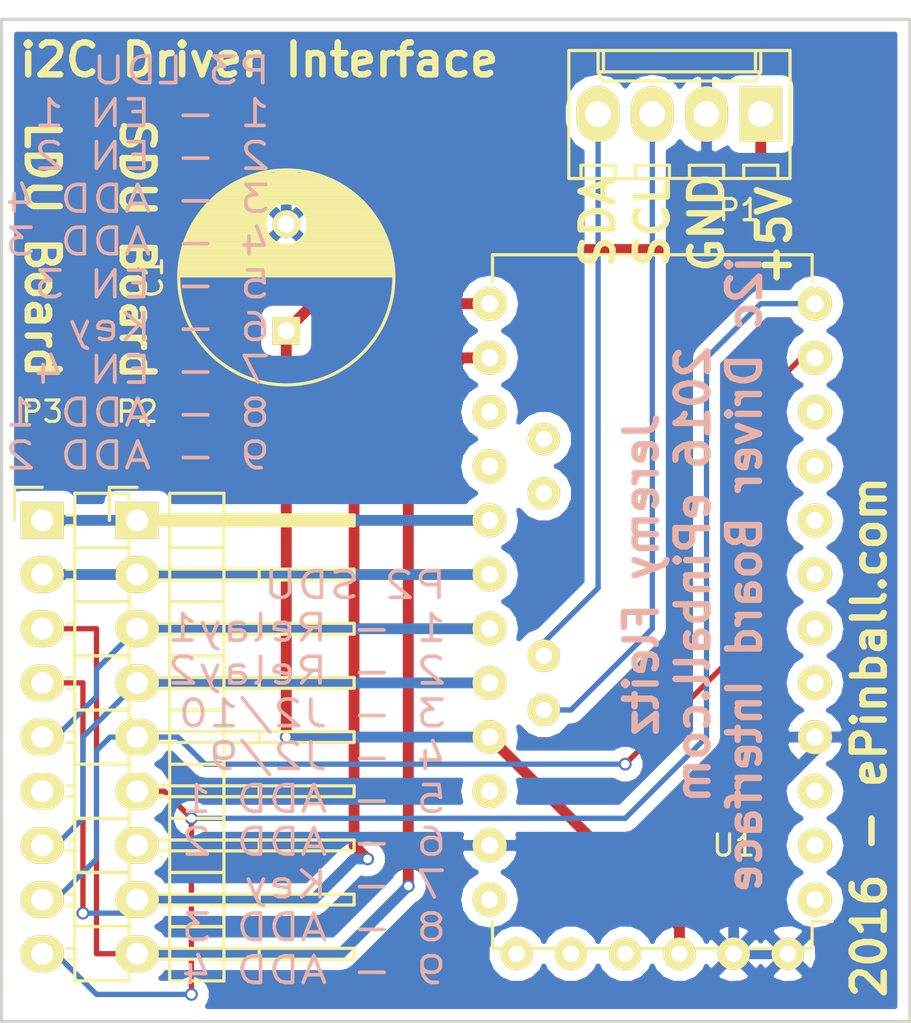
<source format=kicad_pcb>
(kicad_pcb (version 4) (host pcbnew 4.0.2-4+6225~38~ubuntu15.10.1-stable)

  (general
    (links 26)
    (no_connects 0)
    (area 118.034999 91.364999 160.730001 138.505001)
    (thickness 1.6)
    (drawings 15)
    (tracks 94)
    (zones 0)
    (modules 5)
    (nets 33)
  )

  (page A4)
  (layers
    (0 F.Cu signal)
    (31 B.Cu signal)
    (32 B.Adhes user)
    (33 F.Adhes user)
    (34 B.Paste user)
    (35 F.Paste user)
    (36 B.SilkS user)
    (37 F.SilkS user)
    (38 B.Mask user)
    (39 F.Mask user)
    (40 Dwgs.User user)
    (41 Cmts.User user)
    (42 Eco1.User user)
    (43 Eco2.User user)
    (44 Edge.Cuts user)
    (45 Margin user)
    (46 B.CrtYd user)
    (47 F.CrtYd user)
    (48 B.Fab user)
    (49 F.Fab user)
  )

  (setup
    (last_trace_width 0.25)
    (trace_clearance 0.2)
    (zone_clearance 0.508)
    (zone_45_only no)
    (trace_min 0.2)
    (segment_width 0.2)
    (edge_width 0.15)
    (via_size 0.6858)
    (via_drill 0.3302)
    (via_min_size 0.4)
    (via_min_drill 0.3)
    (uvia_size 0.762)
    (uvia_drill 0.508)
    (uvias_allowed no)
    (uvia_min_size 0)
    (uvia_min_drill 0)
    (pcb_text_width 0.3)
    (pcb_text_size 1.5 1.5)
    (mod_edge_width 0.15)
    (mod_text_size 1 1)
    (mod_text_width 0.15)
    (pad_size 1.524 1.524)
    (pad_drill 0.762)
    (pad_to_mask_clearance 0.2)
    (aux_axis_origin 76.2 105.41)
    (visible_elements FFFFFF7F)
    (pcbplotparams
      (layerselection 0x010f0_80000001)
      (usegerberextensions false)
      (excludeedgelayer true)
      (linewidth 0.100000)
      (plotframeref false)
      (viasonmask false)
      (mode 1)
      (useauxorigin false)
      (hpglpennumber 1)
      (hpglpenspeed 20)
      (hpglpendiameter 15)
      (hpglpenoverlay 2)
      (psnegative false)
      (psa4output false)
      (plotreference true)
      (plotvalue true)
      (plotinvisibletext false)
      (padsonsilk true)
      (subtractmaskfromsilk false)
      (outputformat 1)
      (mirror false)
      (drillshape 0)
      (scaleselection 1)
      (outputdirectory oshpark/))
  )

  (net 0 "")
  (net 1 +5V)
  (net 2 Earth)
  (net 3 "Net-(P1-Pad3)")
  (net 4 "Net-(P1-Pad4)")
  (net 5 "Net-(P2-Pad1)")
  (net 6 "Net-(P2-Pad2)")
  (net 7 "Net-(P2-Pad3)")
  (net 8 "Net-(P2-Pad4)")
  (net 9 "Net-(P2-Pad5)")
  (net 10 "Net-(P2-Pad6)")
  (net 11 "Net-(P2-Pad7)")
  (net 12 "Net-(P2-Pad8)")
  (net 13 "Net-(P2-Pad9)")
  (net 14 "Net-(P3-Pad6)")
  (net 15 "Net-(U1-Pad1)")
  (net 16 "Net-(U1-Pad2)")
  (net 17 "Net-(U1-Pad3)")
  (net 18 "Net-(U1-Pad5)")
  (net 19 "Net-(U1-Pad6)")
  (net 20 "Net-(U1-Pad7)")
  (net 21 "Net-(U1-Pad8)")
  (net 22 "Net-(U1-Pad9)")
  (net 23 "Net-(U1-Pad10)")
  (net 24 "Net-(U1-Pad15)")
  (net 25 "Net-(U1-Pad16)")
  (net 26 "Net-(U1-Pad22)")
  (net 27 "Net-(U1-Pad24)")
  (net 28 "Net-(U1-Pad25)")
  (net 29 "Net-(U1-Pad26)")
  (net 30 "Net-(U1-Pad32)")
  (net 31 "Net-(U1-Pad33)")
  (net 32 "Net-(U1-Pad34)")

  (net_class Default "This is the default net class."
    (clearance 0.2)
    (trace_width 0.25)
    (via_dia 0.6858)
    (via_drill 0.3302)
    (uvia_dia 0.762)
    (uvia_drill 0.508)
    (add_net "Net-(P1-Pad3)")
    (add_net "Net-(P1-Pad4)")
    (add_net "Net-(P2-Pad1)")
    (add_net "Net-(P2-Pad2)")
    (add_net "Net-(P2-Pad3)")
    (add_net "Net-(P2-Pad4)")
    (add_net "Net-(P2-Pad5)")
    (add_net "Net-(P2-Pad6)")
    (add_net "Net-(P2-Pad7)")
    (add_net "Net-(P2-Pad8)")
    (add_net "Net-(P2-Pad9)")
    (add_net "Net-(P3-Pad6)")
    (add_net "Net-(U1-Pad1)")
    (add_net "Net-(U1-Pad10)")
    (add_net "Net-(U1-Pad15)")
    (add_net "Net-(U1-Pad16)")
    (add_net "Net-(U1-Pad2)")
    (add_net "Net-(U1-Pad22)")
    (add_net "Net-(U1-Pad24)")
    (add_net "Net-(U1-Pad25)")
    (add_net "Net-(U1-Pad26)")
    (add_net "Net-(U1-Pad3)")
    (add_net "Net-(U1-Pad32)")
    (add_net "Net-(U1-Pad33)")
    (add_net "Net-(U1-Pad34)")
    (add_net "Net-(U1-Pad5)")
    (add_net "Net-(U1-Pad6)")
    (add_net "Net-(U1-Pad7)")
    (add_net "Net-(U1-Pad8)")
    (add_net "Net-(U1-Pad9)")
  )

  (net_class "Thick Track" ""
    (clearance 0.2)
    (trace_width 0.508)
    (via_dia 0.6858)
    (via_drill 0.3302)
    (uvia_dia 0.762)
    (uvia_drill 0.508)
    (add_net +5V)
    (add_net Earth)
  )

  (module Capacitors_ThroughHole:C_Radial_D10_L13_P5 (layer F.Cu) (tedit 0) (tstamp 5754FCA1)
    (at 131.445 106.045 90)
    (descr "Radial Electrolytic Capacitor Diameter 10mm x Length 13mm, Pitch 5mm")
    (tags "Electrolytic Capacitor")
    (path /5754E591)
    (fp_text reference C1 (at 2.5 -6.3 90) (layer F.SilkS)
      (effects (font (size 1 1) (thickness 0.15)))
    )
    (fp_text value CP (at 2.5 6.3 90) (layer F.Fab)
      (effects (font (size 1 1) (thickness 0.15)))
    )
    (fp_line (start 2.575 -4.999) (end 2.575 4.999) (layer F.SilkS) (width 0.15))
    (fp_line (start 2.715 -4.995) (end 2.715 4.995) (layer F.SilkS) (width 0.15))
    (fp_line (start 2.855 -4.987) (end 2.855 4.987) (layer F.SilkS) (width 0.15))
    (fp_line (start 2.995 -4.975) (end 2.995 4.975) (layer F.SilkS) (width 0.15))
    (fp_line (start 3.135 -4.96) (end 3.135 4.96) (layer F.SilkS) (width 0.15))
    (fp_line (start 3.275 -4.94) (end 3.275 4.94) (layer F.SilkS) (width 0.15))
    (fp_line (start 3.415 -4.916) (end 3.415 4.916) (layer F.SilkS) (width 0.15))
    (fp_line (start 3.555 -4.887) (end 3.555 4.887) (layer F.SilkS) (width 0.15))
    (fp_line (start 3.695 -4.855) (end 3.695 4.855) (layer F.SilkS) (width 0.15))
    (fp_line (start 3.835 -4.818) (end 3.835 4.818) (layer F.SilkS) (width 0.15))
    (fp_line (start 3.975 -4.777) (end 3.975 4.777) (layer F.SilkS) (width 0.15))
    (fp_line (start 4.115 -4.732) (end 4.115 -0.466) (layer F.SilkS) (width 0.15))
    (fp_line (start 4.115 0.466) (end 4.115 4.732) (layer F.SilkS) (width 0.15))
    (fp_line (start 4.255 -4.682) (end 4.255 -0.667) (layer F.SilkS) (width 0.15))
    (fp_line (start 4.255 0.667) (end 4.255 4.682) (layer F.SilkS) (width 0.15))
    (fp_line (start 4.395 -4.627) (end 4.395 -0.796) (layer F.SilkS) (width 0.15))
    (fp_line (start 4.395 0.796) (end 4.395 4.627) (layer F.SilkS) (width 0.15))
    (fp_line (start 4.535 -4.567) (end 4.535 -0.885) (layer F.SilkS) (width 0.15))
    (fp_line (start 4.535 0.885) (end 4.535 4.567) (layer F.SilkS) (width 0.15))
    (fp_line (start 4.675 -4.502) (end 4.675 -0.946) (layer F.SilkS) (width 0.15))
    (fp_line (start 4.675 0.946) (end 4.675 4.502) (layer F.SilkS) (width 0.15))
    (fp_line (start 4.815 -4.432) (end 4.815 -0.983) (layer F.SilkS) (width 0.15))
    (fp_line (start 4.815 0.983) (end 4.815 4.432) (layer F.SilkS) (width 0.15))
    (fp_line (start 4.955 -4.356) (end 4.955 -0.999) (layer F.SilkS) (width 0.15))
    (fp_line (start 4.955 0.999) (end 4.955 4.356) (layer F.SilkS) (width 0.15))
    (fp_line (start 5.095 -4.274) (end 5.095 -0.995) (layer F.SilkS) (width 0.15))
    (fp_line (start 5.095 0.995) (end 5.095 4.274) (layer F.SilkS) (width 0.15))
    (fp_line (start 5.235 -4.186) (end 5.235 -0.972) (layer F.SilkS) (width 0.15))
    (fp_line (start 5.235 0.972) (end 5.235 4.186) (layer F.SilkS) (width 0.15))
    (fp_line (start 5.375 -4.091) (end 5.375 -0.927) (layer F.SilkS) (width 0.15))
    (fp_line (start 5.375 0.927) (end 5.375 4.091) (layer F.SilkS) (width 0.15))
    (fp_line (start 5.515 -3.989) (end 5.515 -0.857) (layer F.SilkS) (width 0.15))
    (fp_line (start 5.515 0.857) (end 5.515 3.989) (layer F.SilkS) (width 0.15))
    (fp_line (start 5.655 -3.879) (end 5.655 -0.756) (layer F.SilkS) (width 0.15))
    (fp_line (start 5.655 0.756) (end 5.655 3.879) (layer F.SilkS) (width 0.15))
    (fp_line (start 5.795 -3.761) (end 5.795 -0.607) (layer F.SilkS) (width 0.15))
    (fp_line (start 5.795 0.607) (end 5.795 3.761) (layer F.SilkS) (width 0.15))
    (fp_line (start 5.935 -3.633) (end 5.935 -0.355) (layer F.SilkS) (width 0.15))
    (fp_line (start 5.935 0.355) (end 5.935 3.633) (layer F.SilkS) (width 0.15))
    (fp_line (start 6.075 -3.496) (end 6.075 3.496) (layer F.SilkS) (width 0.15))
    (fp_line (start 6.215 -3.346) (end 6.215 3.346) (layer F.SilkS) (width 0.15))
    (fp_line (start 6.355 -3.184) (end 6.355 3.184) (layer F.SilkS) (width 0.15))
    (fp_line (start 6.495 -3.007) (end 6.495 3.007) (layer F.SilkS) (width 0.15))
    (fp_line (start 6.635 -2.811) (end 6.635 2.811) (layer F.SilkS) (width 0.15))
    (fp_line (start 6.775 -2.593) (end 6.775 2.593) (layer F.SilkS) (width 0.15))
    (fp_line (start 6.915 -2.347) (end 6.915 2.347) (layer F.SilkS) (width 0.15))
    (fp_line (start 7.055 -2.062) (end 7.055 2.062) (layer F.SilkS) (width 0.15))
    (fp_line (start 7.195 -1.72) (end 7.195 1.72) (layer F.SilkS) (width 0.15))
    (fp_line (start 7.335 -1.274) (end 7.335 1.274) (layer F.SilkS) (width 0.15))
    (fp_line (start 7.475 -0.499) (end 7.475 0.499) (layer F.SilkS) (width 0.15))
    (fp_circle (center 5 0) (end 5 -1) (layer F.SilkS) (width 0.15))
    (fp_circle (center 2.5 0) (end 2.5 -5.0375) (layer F.SilkS) (width 0.15))
    (fp_circle (center 2.5 0) (end 2.5 -5.3) (layer F.CrtYd) (width 0.05))
    (pad 1 thru_hole rect (at 0 0 90) (size 1.3 1.3) (drill 0.8) (layers *.Cu *.Mask F.SilkS)
      (net 1 +5V))
    (pad 2 thru_hole circle (at 5 0 90) (size 1.3 1.3) (drill 0.8) (layers *.Cu *.Mask F.SilkS)
      (net 2 Earth))
    (model Capacitors_ThroughHole.3dshapes/C_Radial_D10_L13_P5.wrl
      (at (xyz 0.0984252 0 0))
      (scale (xyz 1 1 1))
      (rotate (xyz 0 0 90))
    )
  )

  (module Connectors_Molex:Molex_KK_6410-04 (layer F.Cu) (tedit 56C6219D) (tstamp 5754FCA9)
    (at 153.67 95.885 180)
    (descr "Connector Headers with Friction Lock, 22-27-2041, http://www.molex.com/pdm_docs/sd/022272021_sd.pdf")
    (tags "connector molex kk_6410 22-27-2041")
    (path /574CFE62)
    (fp_text reference P1 (at 1 -4.5 180) (layer F.SilkS)
      (effects (font (size 1 1) (thickness 0.15)))
    )
    (fp_text value CONN_01X04 (at 3.81 4.5 180) (layer F.Fab)
      (effects (font (size 1 1) (thickness 0.15)))
    )
    (fp_line (start -1.37 -3.02) (end -1.37 2.98) (layer F.SilkS) (width 0.15))
    (fp_line (start -1.37 2.98) (end 8.99 2.98) (layer F.SilkS) (width 0.15))
    (fp_line (start 8.99 2.98) (end 8.99 -3.02) (layer F.SilkS) (width 0.15))
    (fp_line (start 8.99 -3.02) (end -1.37 -3.02) (layer F.SilkS) (width 0.15))
    (fp_line (start 0 2.98) (end 0 1.98) (layer F.SilkS) (width 0.15))
    (fp_line (start 0 1.98) (end 7.62 1.98) (layer F.SilkS) (width 0.15))
    (fp_line (start 7.62 1.98) (end 7.62 2.98) (layer F.SilkS) (width 0.15))
    (fp_line (start 0 1.98) (end 0.25 1.55) (layer F.SilkS) (width 0.15))
    (fp_line (start 0.25 1.55) (end 7.37 1.55) (layer F.SilkS) (width 0.15))
    (fp_line (start 7.37 1.55) (end 7.62 1.98) (layer F.SilkS) (width 0.15))
    (fp_line (start 0.25 2.98) (end 0.25 1.98) (layer F.SilkS) (width 0.15))
    (fp_line (start 7.37 2.98) (end 7.37 1.98) (layer F.SilkS) (width 0.15))
    (fp_line (start -0.8 -3.02) (end -0.8 -2.4) (layer F.SilkS) (width 0.15))
    (fp_line (start -0.8 -2.4) (end 0.8 -2.4) (layer F.SilkS) (width 0.15))
    (fp_line (start 0.8 -2.4) (end 0.8 -3.02) (layer F.SilkS) (width 0.15))
    (fp_line (start 1.74 -3.02) (end 1.74 -2.4) (layer F.SilkS) (width 0.15))
    (fp_line (start 1.74 -2.4) (end 3.34 -2.4) (layer F.SilkS) (width 0.15))
    (fp_line (start 3.34 -2.4) (end 3.34 -3.02) (layer F.SilkS) (width 0.15))
    (fp_line (start 4.28 -3.02) (end 4.28 -2.4) (layer F.SilkS) (width 0.15))
    (fp_line (start 4.28 -2.4) (end 5.88 -2.4) (layer F.SilkS) (width 0.15))
    (fp_line (start 5.88 -2.4) (end 5.88 -3.02) (layer F.SilkS) (width 0.15))
    (fp_line (start 6.82 -3.02) (end 6.82 -2.4) (layer F.SilkS) (width 0.15))
    (fp_line (start 6.82 -2.4) (end 8.42 -2.4) (layer F.SilkS) (width 0.15))
    (fp_line (start 8.42 -2.4) (end 8.42 -3.02) (layer F.SilkS) (width 0.15))
    (fp_line (start -1.9 3.5) (end -1.9 -3.55) (layer F.CrtYd) (width 0.05))
    (fp_line (start -1.9 -3.55) (end 9.5 -3.55) (layer F.CrtYd) (width 0.05))
    (fp_line (start 9.5 -3.55) (end 9.5 3.5) (layer F.CrtYd) (width 0.05))
    (fp_line (start 9.5 3.5) (end -1.9 3.5) (layer F.CrtYd) (width 0.05))
    (pad 1 thru_hole rect (at 0 0 180) (size 2 2.6) (drill 1.2) (layers *.Cu *.Mask F.SilkS)
      (net 1 +5V))
    (pad 2 thru_hole oval (at 2.54 0 180) (size 2 2.6) (drill 1.2) (layers *.Cu *.Mask F.SilkS)
      (net 2 Earth))
    (pad 3 thru_hole oval (at 5.08 0 180) (size 2 2.6) (drill 1.2) (layers *.Cu *.Mask F.SilkS)
      (net 3 "Net-(P1-Pad3)"))
    (pad 4 thru_hole oval (at 7.62 0 180) (size 2 2.6) (drill 1.2) (layers *.Cu *.Mask F.SilkS)
      (net 4 "Net-(P1-Pad4)"))
  )

  (module Pin_Headers:Pin_Header_Angled_1x09 (layer F.Cu) (tedit 0) (tstamp 5754FCB6)
    (at 124.46 114.935)
    (descr "Through hole pin header")
    (tags "pin header")
    (path /574CFE29)
    (fp_text reference P2 (at 0 -5.1) (layer F.SilkS)
      (effects (font (size 1 1) (thickness 0.15)))
    )
    (fp_text value SDU (at 0 -3.1) (layer F.Fab)
      (effects (font (size 1 1) (thickness 0.15)))
    )
    (fp_line (start -1.5 -1.75) (end -1.5 22.1) (layer F.CrtYd) (width 0.05))
    (fp_line (start 10.65 -1.75) (end 10.65 22.1) (layer F.CrtYd) (width 0.05))
    (fp_line (start -1.5 -1.75) (end 10.65 -1.75) (layer F.CrtYd) (width 0.05))
    (fp_line (start -1.5 22.1) (end 10.65 22.1) (layer F.CrtYd) (width 0.05))
    (fp_line (start -1.3 -1.55) (end -1.3 0) (layer F.SilkS) (width 0.15))
    (fp_line (start 0 -1.55) (end -1.3 -1.55) (layer F.SilkS) (width 0.15))
    (fp_line (start 4.191 -0.127) (end 10.033 -0.127) (layer F.SilkS) (width 0.15))
    (fp_line (start 10.033 -0.127) (end 10.033 0.127) (layer F.SilkS) (width 0.15))
    (fp_line (start 10.033 0.127) (end 4.191 0.127) (layer F.SilkS) (width 0.15))
    (fp_line (start 4.191 0.127) (end 4.191 0) (layer F.SilkS) (width 0.15))
    (fp_line (start 4.191 0) (end 10.033 0) (layer F.SilkS) (width 0.15))
    (fp_line (start 1.524 20.066) (end 1.143 20.066) (layer F.SilkS) (width 0.15))
    (fp_line (start 1.524 20.574) (end 1.143 20.574) (layer F.SilkS) (width 0.15))
    (fp_line (start 1.524 -0.254) (end 1.143 -0.254) (layer F.SilkS) (width 0.15))
    (fp_line (start 1.524 0.254) (end 1.143 0.254) (layer F.SilkS) (width 0.15))
    (fp_line (start 1.524 2.286) (end 1.143 2.286) (layer F.SilkS) (width 0.15))
    (fp_line (start 1.524 2.794) (end 1.143 2.794) (layer F.SilkS) (width 0.15))
    (fp_line (start 1.524 4.826) (end 1.143 4.826) (layer F.SilkS) (width 0.15))
    (fp_line (start 1.524 5.334) (end 1.143 5.334) (layer F.SilkS) (width 0.15))
    (fp_line (start 1.524 7.366) (end 1.143 7.366) (layer F.SilkS) (width 0.15))
    (fp_line (start 1.524 7.874) (end 1.143 7.874) (layer F.SilkS) (width 0.15))
    (fp_line (start 1.524 18.034) (end 1.143 18.034) (layer F.SilkS) (width 0.15))
    (fp_line (start 1.524 17.526) (end 1.143 17.526) (layer F.SilkS) (width 0.15))
    (fp_line (start 1.524 15.494) (end 1.143 15.494) (layer F.SilkS) (width 0.15))
    (fp_line (start 1.524 14.986) (end 1.143 14.986) (layer F.SilkS) (width 0.15))
    (fp_line (start 1.524 12.954) (end 1.143 12.954) (layer F.SilkS) (width 0.15))
    (fp_line (start 1.524 12.446) (end 1.143 12.446) (layer F.SilkS) (width 0.15))
    (fp_line (start 1.524 10.414) (end 1.143 10.414) (layer F.SilkS) (width 0.15))
    (fp_line (start 1.524 9.906) (end 1.143 9.906) (layer F.SilkS) (width 0.15))
    (fp_line (start 1.524 16.51) (end 4.064 16.51) (layer F.SilkS) (width 0.15))
    (fp_line (start 1.524 16.51) (end 1.524 19.05) (layer F.SilkS) (width 0.15))
    (fp_line (start 1.524 19.05) (end 4.064 19.05) (layer F.SilkS) (width 0.15))
    (fp_line (start 4.064 17.526) (end 10.16 17.526) (layer F.SilkS) (width 0.15))
    (fp_line (start 10.16 17.526) (end 10.16 18.034) (layer F.SilkS) (width 0.15))
    (fp_line (start 10.16 18.034) (end 4.064 18.034) (layer F.SilkS) (width 0.15))
    (fp_line (start 4.064 19.05) (end 4.064 16.51) (layer F.SilkS) (width 0.15))
    (fp_line (start 4.064 21.59) (end 4.064 19.05) (layer F.SilkS) (width 0.15))
    (fp_line (start 10.16 20.574) (end 4.064 20.574) (layer F.SilkS) (width 0.15))
    (fp_line (start 10.16 20.066) (end 10.16 20.574) (layer F.SilkS) (width 0.15))
    (fp_line (start 4.064 20.066) (end 10.16 20.066) (layer F.SilkS) (width 0.15))
    (fp_line (start 1.524 19.05) (end 1.524 21.59) (layer F.SilkS) (width 0.15))
    (fp_line (start 1.524 19.05) (end 4.064 19.05) (layer F.SilkS) (width 0.15))
    (fp_line (start 1.524 21.59) (end 4.064 21.59) (layer F.SilkS) (width 0.15))
    (fp_line (start 4.064 1.27) (end 4.064 -1.27) (layer F.SilkS) (width 0.15))
    (fp_line (start 10.16 0.254) (end 4.064 0.254) (layer F.SilkS) (width 0.15))
    (fp_line (start 10.16 -0.254) (end 10.16 0.254) (layer F.SilkS) (width 0.15))
    (fp_line (start 4.064 -0.254) (end 10.16 -0.254) (layer F.SilkS) (width 0.15))
    (fp_line (start 1.524 1.27) (end 4.064 1.27) (layer F.SilkS) (width 0.15))
    (fp_line (start 1.524 -1.27) (end 1.524 1.27) (layer F.SilkS) (width 0.15))
    (fp_line (start 1.524 -1.27) (end 4.064 -1.27) (layer F.SilkS) (width 0.15))
    (fp_line (start 1.524 3.81) (end 4.064 3.81) (layer F.SilkS) (width 0.15))
    (fp_line (start 1.524 3.81) (end 1.524 6.35) (layer F.SilkS) (width 0.15))
    (fp_line (start 1.524 6.35) (end 4.064 6.35) (layer F.SilkS) (width 0.15))
    (fp_line (start 4.064 4.826) (end 10.16 4.826) (layer F.SilkS) (width 0.15))
    (fp_line (start 10.16 4.826) (end 10.16 5.334) (layer F.SilkS) (width 0.15))
    (fp_line (start 10.16 5.334) (end 4.064 5.334) (layer F.SilkS) (width 0.15))
    (fp_line (start 4.064 6.35) (end 4.064 3.81) (layer F.SilkS) (width 0.15))
    (fp_line (start 4.064 3.81) (end 4.064 1.27) (layer F.SilkS) (width 0.15))
    (fp_line (start 10.16 2.794) (end 4.064 2.794) (layer F.SilkS) (width 0.15))
    (fp_line (start 10.16 2.286) (end 10.16 2.794) (layer F.SilkS) (width 0.15))
    (fp_line (start 4.064 2.286) (end 10.16 2.286) (layer F.SilkS) (width 0.15))
    (fp_line (start 1.524 3.81) (end 4.064 3.81) (layer F.SilkS) (width 0.15))
    (fp_line (start 1.524 1.27) (end 1.524 3.81) (layer F.SilkS) (width 0.15))
    (fp_line (start 1.524 1.27) (end 4.064 1.27) (layer F.SilkS) (width 0.15))
    (fp_line (start 1.524 11.43) (end 4.064 11.43) (layer F.SilkS) (width 0.15))
    (fp_line (start 1.524 11.43) (end 1.524 13.97) (layer F.SilkS) (width 0.15))
    (fp_line (start 1.524 13.97) (end 4.064 13.97) (layer F.SilkS) (width 0.15))
    (fp_line (start 4.064 12.446) (end 10.16 12.446) (layer F.SilkS) (width 0.15))
    (fp_line (start 10.16 12.446) (end 10.16 12.954) (layer F.SilkS) (width 0.15))
    (fp_line (start 10.16 12.954) (end 4.064 12.954) (layer F.SilkS) (width 0.15))
    (fp_line (start 4.064 13.97) (end 4.064 11.43) (layer F.SilkS) (width 0.15))
    (fp_line (start 4.064 16.51) (end 4.064 13.97) (layer F.SilkS) (width 0.15))
    (fp_line (start 10.16 15.494) (end 4.064 15.494) (layer F.SilkS) (width 0.15))
    (fp_line (start 10.16 14.986) (end 10.16 15.494) (layer F.SilkS) (width 0.15))
    (fp_line (start 4.064 14.986) (end 10.16 14.986) (layer F.SilkS) (width 0.15))
    (fp_line (start 1.524 16.51) (end 4.064 16.51) (layer F.SilkS) (width 0.15))
    (fp_line (start 1.524 13.97) (end 1.524 16.51) (layer F.SilkS) (width 0.15))
    (fp_line (start 1.524 13.97) (end 4.064 13.97) (layer F.SilkS) (width 0.15))
    (fp_line (start 1.524 8.89) (end 4.064 8.89) (layer F.SilkS) (width 0.15))
    (fp_line (start 1.524 8.89) (end 1.524 11.43) (layer F.SilkS) (width 0.15))
    (fp_line (start 1.524 11.43) (end 4.064 11.43) (layer F.SilkS) (width 0.15))
    (fp_line (start 4.064 9.906) (end 10.16 9.906) (layer F.SilkS) (width 0.15))
    (fp_line (start 10.16 9.906) (end 10.16 10.414) (layer F.SilkS) (width 0.15))
    (fp_line (start 10.16 10.414) (end 4.064 10.414) (layer F.SilkS) (width 0.15))
    (fp_line (start 4.064 11.43) (end 4.064 8.89) (layer F.SilkS) (width 0.15))
    (fp_line (start 4.064 8.89) (end 4.064 6.35) (layer F.SilkS) (width 0.15))
    (fp_line (start 10.16 7.874) (end 4.064 7.874) (layer F.SilkS) (width 0.15))
    (fp_line (start 10.16 7.366) (end 10.16 7.874) (layer F.SilkS) (width 0.15))
    (fp_line (start 4.064 7.366) (end 10.16 7.366) (layer F.SilkS) (width 0.15))
    (fp_line (start 1.524 8.89) (end 4.064 8.89) (layer F.SilkS) (width 0.15))
    (fp_line (start 1.524 6.35) (end 1.524 8.89) (layer F.SilkS) (width 0.15))
    (fp_line (start 1.524 6.35) (end 4.064 6.35) (layer F.SilkS) (width 0.15))
    (pad 1 thru_hole rect (at 0 0) (size 2.032 1.7272) (drill 1.016) (layers *.Cu *.Mask F.SilkS)
      (net 5 "Net-(P2-Pad1)"))
    (pad 2 thru_hole oval (at 0 2.54) (size 2.032 1.7272) (drill 1.016) (layers *.Cu *.Mask F.SilkS)
      (net 6 "Net-(P2-Pad2)"))
    (pad 3 thru_hole oval (at 0 5.08) (size 2.032 1.7272) (drill 1.016) (layers *.Cu *.Mask F.SilkS)
      (net 7 "Net-(P2-Pad3)"))
    (pad 4 thru_hole oval (at 0 7.62) (size 2.032 1.7272) (drill 1.016) (layers *.Cu *.Mask F.SilkS)
      (net 8 "Net-(P2-Pad4)"))
    (pad 5 thru_hole oval (at 0 10.16) (size 2.032 1.7272) (drill 1.016) (layers *.Cu *.Mask F.SilkS)
      (net 9 "Net-(P2-Pad5)"))
    (pad 6 thru_hole oval (at 0 12.7) (size 2.032 1.7272) (drill 1.016) (layers *.Cu *.Mask F.SilkS)
      (net 10 "Net-(P2-Pad6)"))
    (pad 7 thru_hole oval (at 0 15.24) (size 2.032 1.7272) (drill 1.016) (layers *.Cu *.Mask F.SilkS)
      (net 11 "Net-(P2-Pad7)"))
    (pad 8 thru_hole oval (at 0 17.78) (size 2.032 1.7272) (drill 1.016) (layers *.Cu *.Mask F.SilkS)
      (net 12 "Net-(P2-Pad8)"))
    (pad 9 thru_hole oval (at 0 20.32) (size 2.032 1.7272) (drill 1.016) (layers *.Cu *.Mask F.SilkS)
      (net 13 "Net-(P2-Pad9)"))
    (model Pin_Headers.3dshapes/Pin_Header_Angled_1x09.wrl
      (at (xyz 0 -0.4 0))
      (scale (xyz 1 1 1))
      (rotate (xyz 0 0 90))
    )
  )

  (module Pin_Headers:Pin_Header_Angled_1x09 (layer F.Cu) (tedit 0) (tstamp 5754FCC3)
    (at 120.015 114.935)
    (descr "Through hole pin header")
    (tags "pin header")
    (path /574CFD84)
    (fp_text reference P3 (at 0 -5.1) (layer F.SilkS)
      (effects (font (size 1 1) (thickness 0.15)))
    )
    (fp_text value LDU (at 0 -3.1) (layer F.Fab)
      (effects (font (size 1 1) (thickness 0.15)))
    )
    (fp_line (start -1.5 -1.75) (end -1.5 22.1) (layer F.CrtYd) (width 0.05))
    (fp_line (start 10.65 -1.75) (end 10.65 22.1) (layer F.CrtYd) (width 0.05))
    (fp_line (start -1.5 -1.75) (end 10.65 -1.75) (layer F.CrtYd) (width 0.05))
    (fp_line (start -1.5 22.1) (end 10.65 22.1) (layer F.CrtYd) (width 0.05))
    (fp_line (start -1.3 -1.55) (end -1.3 0) (layer F.SilkS) (width 0.15))
    (fp_line (start 0 -1.55) (end -1.3 -1.55) (layer F.SilkS) (width 0.15))
    (fp_line (start 4.191 -0.127) (end 10.033 -0.127) (layer F.SilkS) (width 0.15))
    (fp_line (start 10.033 -0.127) (end 10.033 0.127) (layer F.SilkS) (width 0.15))
    (fp_line (start 10.033 0.127) (end 4.191 0.127) (layer F.SilkS) (width 0.15))
    (fp_line (start 4.191 0.127) (end 4.191 0) (layer F.SilkS) (width 0.15))
    (fp_line (start 4.191 0) (end 10.033 0) (layer F.SilkS) (width 0.15))
    (fp_line (start 1.524 20.066) (end 1.143 20.066) (layer F.SilkS) (width 0.15))
    (fp_line (start 1.524 20.574) (end 1.143 20.574) (layer F.SilkS) (width 0.15))
    (fp_line (start 1.524 -0.254) (end 1.143 -0.254) (layer F.SilkS) (width 0.15))
    (fp_line (start 1.524 0.254) (end 1.143 0.254) (layer F.SilkS) (width 0.15))
    (fp_line (start 1.524 2.286) (end 1.143 2.286) (layer F.SilkS) (width 0.15))
    (fp_line (start 1.524 2.794) (end 1.143 2.794) (layer F.SilkS) (width 0.15))
    (fp_line (start 1.524 4.826) (end 1.143 4.826) (layer F.SilkS) (width 0.15))
    (fp_line (start 1.524 5.334) (end 1.143 5.334) (layer F.SilkS) (width 0.15))
    (fp_line (start 1.524 7.366) (end 1.143 7.366) (layer F.SilkS) (width 0.15))
    (fp_line (start 1.524 7.874) (end 1.143 7.874) (layer F.SilkS) (width 0.15))
    (fp_line (start 1.524 18.034) (end 1.143 18.034) (layer F.SilkS) (width 0.15))
    (fp_line (start 1.524 17.526) (end 1.143 17.526) (layer F.SilkS) (width 0.15))
    (fp_line (start 1.524 15.494) (end 1.143 15.494) (layer F.SilkS) (width 0.15))
    (fp_line (start 1.524 14.986) (end 1.143 14.986) (layer F.SilkS) (width 0.15))
    (fp_line (start 1.524 12.954) (end 1.143 12.954) (layer F.SilkS) (width 0.15))
    (fp_line (start 1.524 12.446) (end 1.143 12.446) (layer F.SilkS) (width 0.15))
    (fp_line (start 1.524 10.414) (end 1.143 10.414) (layer F.SilkS) (width 0.15))
    (fp_line (start 1.524 9.906) (end 1.143 9.906) (layer F.SilkS) (width 0.15))
    (fp_line (start 1.524 16.51) (end 4.064 16.51) (layer F.SilkS) (width 0.15))
    (fp_line (start 1.524 16.51) (end 1.524 19.05) (layer F.SilkS) (width 0.15))
    (fp_line (start 1.524 19.05) (end 4.064 19.05) (layer F.SilkS) (width 0.15))
    (fp_line (start 4.064 17.526) (end 10.16 17.526) (layer F.SilkS) (width 0.15))
    (fp_line (start 10.16 17.526) (end 10.16 18.034) (layer F.SilkS) (width 0.15))
    (fp_line (start 10.16 18.034) (end 4.064 18.034) (layer F.SilkS) (width 0.15))
    (fp_line (start 4.064 19.05) (end 4.064 16.51) (layer F.SilkS) (width 0.15))
    (fp_line (start 4.064 21.59) (end 4.064 19.05) (layer F.SilkS) (width 0.15))
    (fp_line (start 10.16 20.574) (end 4.064 20.574) (layer F.SilkS) (width 0.15))
    (fp_line (start 10.16 20.066) (end 10.16 20.574) (layer F.SilkS) (width 0.15))
    (fp_line (start 4.064 20.066) (end 10.16 20.066) (layer F.SilkS) (width 0.15))
    (fp_line (start 1.524 19.05) (end 1.524 21.59) (layer F.SilkS) (width 0.15))
    (fp_line (start 1.524 19.05) (end 4.064 19.05) (layer F.SilkS) (width 0.15))
    (fp_line (start 1.524 21.59) (end 4.064 21.59) (layer F.SilkS) (width 0.15))
    (fp_line (start 4.064 1.27) (end 4.064 -1.27) (layer F.SilkS) (width 0.15))
    (fp_line (start 10.16 0.254) (end 4.064 0.254) (layer F.SilkS) (width 0.15))
    (fp_line (start 10.16 -0.254) (end 10.16 0.254) (layer F.SilkS) (width 0.15))
    (fp_line (start 4.064 -0.254) (end 10.16 -0.254) (layer F.SilkS) (width 0.15))
    (fp_line (start 1.524 1.27) (end 4.064 1.27) (layer F.SilkS) (width 0.15))
    (fp_line (start 1.524 -1.27) (end 1.524 1.27) (layer F.SilkS) (width 0.15))
    (fp_line (start 1.524 -1.27) (end 4.064 -1.27) (layer F.SilkS) (width 0.15))
    (fp_line (start 1.524 3.81) (end 4.064 3.81) (layer F.SilkS) (width 0.15))
    (fp_line (start 1.524 3.81) (end 1.524 6.35) (layer F.SilkS) (width 0.15))
    (fp_line (start 1.524 6.35) (end 4.064 6.35) (layer F.SilkS) (width 0.15))
    (fp_line (start 4.064 4.826) (end 10.16 4.826) (layer F.SilkS) (width 0.15))
    (fp_line (start 10.16 4.826) (end 10.16 5.334) (layer F.SilkS) (width 0.15))
    (fp_line (start 10.16 5.334) (end 4.064 5.334) (layer F.SilkS) (width 0.15))
    (fp_line (start 4.064 6.35) (end 4.064 3.81) (layer F.SilkS) (width 0.15))
    (fp_line (start 4.064 3.81) (end 4.064 1.27) (layer F.SilkS) (width 0.15))
    (fp_line (start 10.16 2.794) (end 4.064 2.794) (layer F.SilkS) (width 0.15))
    (fp_line (start 10.16 2.286) (end 10.16 2.794) (layer F.SilkS) (width 0.15))
    (fp_line (start 4.064 2.286) (end 10.16 2.286) (layer F.SilkS) (width 0.15))
    (fp_line (start 1.524 3.81) (end 4.064 3.81) (layer F.SilkS) (width 0.15))
    (fp_line (start 1.524 1.27) (end 1.524 3.81) (layer F.SilkS) (width 0.15))
    (fp_line (start 1.524 1.27) (end 4.064 1.27) (layer F.SilkS) (width 0.15))
    (fp_line (start 1.524 11.43) (end 4.064 11.43) (layer F.SilkS) (width 0.15))
    (fp_line (start 1.524 11.43) (end 1.524 13.97) (layer F.SilkS) (width 0.15))
    (fp_line (start 1.524 13.97) (end 4.064 13.97) (layer F.SilkS) (width 0.15))
    (fp_line (start 4.064 12.446) (end 10.16 12.446) (layer F.SilkS) (width 0.15))
    (fp_line (start 10.16 12.446) (end 10.16 12.954) (layer F.SilkS) (width 0.15))
    (fp_line (start 10.16 12.954) (end 4.064 12.954) (layer F.SilkS) (width 0.15))
    (fp_line (start 4.064 13.97) (end 4.064 11.43) (layer F.SilkS) (width 0.15))
    (fp_line (start 4.064 16.51) (end 4.064 13.97) (layer F.SilkS) (width 0.15))
    (fp_line (start 10.16 15.494) (end 4.064 15.494) (layer F.SilkS) (width 0.15))
    (fp_line (start 10.16 14.986) (end 10.16 15.494) (layer F.SilkS) (width 0.15))
    (fp_line (start 4.064 14.986) (end 10.16 14.986) (layer F.SilkS) (width 0.15))
    (fp_line (start 1.524 16.51) (end 4.064 16.51) (layer F.SilkS) (width 0.15))
    (fp_line (start 1.524 13.97) (end 1.524 16.51) (layer F.SilkS) (width 0.15))
    (fp_line (start 1.524 13.97) (end 4.064 13.97) (layer F.SilkS) (width 0.15))
    (fp_line (start 1.524 8.89) (end 4.064 8.89) (layer F.SilkS) (width 0.15))
    (fp_line (start 1.524 8.89) (end 1.524 11.43) (layer F.SilkS) (width 0.15))
    (fp_line (start 1.524 11.43) (end 4.064 11.43) (layer F.SilkS) (width 0.15))
    (fp_line (start 4.064 9.906) (end 10.16 9.906) (layer F.SilkS) (width 0.15))
    (fp_line (start 10.16 9.906) (end 10.16 10.414) (layer F.SilkS) (width 0.15))
    (fp_line (start 10.16 10.414) (end 4.064 10.414) (layer F.SilkS) (width 0.15))
    (fp_line (start 4.064 11.43) (end 4.064 8.89) (layer F.SilkS) (width 0.15))
    (fp_line (start 4.064 8.89) (end 4.064 6.35) (layer F.SilkS) (width 0.15))
    (fp_line (start 10.16 7.874) (end 4.064 7.874) (layer F.SilkS) (width 0.15))
    (fp_line (start 10.16 7.366) (end 10.16 7.874) (layer F.SilkS) (width 0.15))
    (fp_line (start 4.064 7.366) (end 10.16 7.366) (layer F.SilkS) (width 0.15))
    (fp_line (start 1.524 8.89) (end 4.064 8.89) (layer F.SilkS) (width 0.15))
    (fp_line (start 1.524 6.35) (end 1.524 8.89) (layer F.SilkS) (width 0.15))
    (fp_line (start 1.524 6.35) (end 4.064 6.35) (layer F.SilkS) (width 0.15))
    (pad 1 thru_hole rect (at 0 0) (size 2.032 1.7272) (drill 1.016) (layers *.Cu *.Mask F.SilkS)
      (net 5 "Net-(P2-Pad1)"))
    (pad 2 thru_hole oval (at 0 2.54) (size 2.032 1.7272) (drill 1.016) (layers *.Cu *.Mask F.SilkS)
      (net 6 "Net-(P2-Pad2)"))
    (pad 3 thru_hole oval (at 0 5.08) (size 2.032 1.7272) (drill 1.016) (layers *.Cu *.Mask F.SilkS)
      (net 13 "Net-(P2-Pad9)"))
    (pad 4 thru_hole oval (at 0 7.62) (size 2.032 1.7272) (drill 1.016) (layers *.Cu *.Mask F.SilkS)
      (net 12 "Net-(P2-Pad8)"))
    (pad 5 thru_hole oval (at 0 10.16) (size 2.032 1.7272) (drill 1.016) (layers *.Cu *.Mask F.SilkS)
      (net 7 "Net-(P2-Pad3)"))
    (pad 6 thru_hole oval (at 0 12.7) (size 2.032 1.7272) (drill 1.016) (layers *.Cu *.Mask F.SilkS)
      (net 14 "Net-(P3-Pad6)"))
    (pad 7 thru_hole oval (at 0 15.24) (size 2.032 1.7272) (drill 1.016) (layers *.Cu *.Mask F.SilkS)
      (net 8 "Net-(P2-Pad4)"))
    (pad 8 thru_hole oval (at 0 17.78) (size 2.032 1.7272) (drill 1.016) (layers *.Cu *.Mask F.SilkS)
      (net 9 "Net-(P2-Pad5)"))
    (pad 9 thru_hole oval (at 0 20.32) (size 2.032 1.7272) (drill 1.016) (layers *.Cu *.Mask F.SilkS)
      (net 10 "Net-(P2-Pad6)"))
    (model Pin_Headers.3dshapes/Pin_Header_Angled_1x09.wrl
      (at (xyz 0 -0.4 0))
      (scale (xyz 1 1 1))
      (rotate (xyz 0 0 90))
    )
  )

  (module Arduino:MiniPro (layer F.Cu) (tedit 5754F40D) (tstamp 5754FCF4)
    (at 156.21 132.715 180)
    (descr "Arduino Mini Pro")
    (tags "arduino minipro")
    (path /574CFB27)
    (fp_text reference U1 (at 3.81 2.54 180) (layer F.SilkS)
      (effects (font (size 1 1) (thickness 0.15)))
    )
    (fp_text value Arduino_Mini_Pro (at 7.62 5.08 180) (layer F.Fab)
      (effects (font (size 1 1) (thickness 0.15)))
    )
    (fp_line (start -1.05 -2.45) (end -1.05 30.4) (layer F.CrtYd) (width 0.05))
    (fp_line (start 16.3 -2.45) (end 16.3 30.4) (layer F.CrtYd) (width 0.05))
    (fp_line (start -1.05 -2.45) (end 16.3 -2.45) (layer F.CrtYd) (width 0.05))
    (fp_line (start -1.05 30.4) (end 16.3 30.4) (layer F.CrtYd) (width 0.05))
    (fp_line (start 0.135 -2.295) (end 0.135 -1.025) (layer F.SilkS) (width 0.15))
    (fp_line (start 15.105 -2.295) (end 15.105 -1.025) (layer F.SilkS) (width 0.15))
    (fp_line (start 15.105 30.235) (end 15.105 28.965) (layer F.SilkS) (width 0.15))
    (fp_line (start 0.135 30.235) (end 0.135 28.965) (layer F.SilkS) (width 0.15))
    (fp_line (start 0.135 -2.295) (end 15.105 -2.295) (layer F.SilkS) (width 0.15))
    (fp_line (start 0.135 30.235) (end 15.105 30.235) (layer F.SilkS) (width 0.15))
    (fp_line (start 0.135 -1.025) (end -0.8 -1.025) (layer F.SilkS) (width 0.15))
    (pad 1 thru_hole oval (at 0 0 180) (size 1.6 1.6) (drill 0.8) (layers *.Cu *.Mask F.SilkS)
      (net 15 "Net-(U1-Pad1)"))
    (pad 2 thru_hole oval (at 0 2.54 180) (size 1.6 1.6) (drill 0.8) (layers *.Cu *.Mask F.SilkS)
      (net 16 "Net-(U1-Pad2)"))
    (pad 3 thru_hole oval (at 0 5.08 180) (size 1.6 1.6) (drill 0.8) (layers *.Cu *.Mask F.SilkS)
      (net 17 "Net-(U1-Pad3)"))
    (pad 4 thru_hole oval (at 0 7.62 180) (size 1.6 1.6) (drill 0.8) (layers *.Cu *.Mask F.SilkS)
      (net 2 Earth))
    (pad 5 thru_hole oval (at 0 10.16 180) (size 1.6 1.6) (drill 0.8) (layers *.Cu *.Mask F.SilkS)
      (net 18 "Net-(U1-Pad5)"))
    (pad 6 thru_hole oval (at 0 12.7 180) (size 1.6 1.6) (drill 0.8) (layers *.Cu *.Mask F.SilkS)
      (net 19 "Net-(U1-Pad6)"))
    (pad 7 thru_hole oval (at 0 15.24 180) (size 1.6 1.6) (drill 0.8) (layers *.Cu *.Mask F.SilkS)
      (net 20 "Net-(U1-Pad7)"))
    (pad 8 thru_hole oval (at 0 17.78 180) (size 1.6 1.6) (drill 0.8) (layers *.Cu *.Mask F.SilkS)
      (net 21 "Net-(U1-Pad8)"))
    (pad 9 thru_hole oval (at 0 20.32 180) (size 1.6 1.6) (drill 0.8) (layers *.Cu *.Mask F.SilkS)
      (net 22 "Net-(U1-Pad9)"))
    (pad 10 thru_hole oval (at 0 22.86 180) (size 1.6 1.6) (drill 0.8) (layers *.Cu *.Mask F.SilkS)
      (net 23 "Net-(U1-Pad10)"))
    (pad 11 thru_hole oval (at 0 25.4 180) (size 1.6 1.6) (drill 0.8) (layers *.Cu *.Mask F.SilkS)
      (net 9 "Net-(P2-Pad5)"))
    (pad 12 thru_hole oval (at 0 27.94 180) (size 1.6 1.6) (drill 0.8) (layers *.Cu *.Mask F.SilkS)
      (net 10 "Net-(P2-Pad6)"))
    (pad 13 thru_hole oval (at 15.24 27.94 180) (size 1.6 1.6) (drill 0.8) (layers *.Cu *.Mask F.SilkS)
      (net 12 "Net-(P2-Pad8)"))
    (pad 14 thru_hole oval (at 15.24 25.4 180) (size 1.6 1.6) (drill 0.8) (layers *.Cu *.Mask F.SilkS)
      (net 13 "Net-(P2-Pad9)"))
    (pad 15 thru_hole oval (at 15.24 22.86 180) (size 1.6 1.6) (drill 0.8) (layers *.Cu *.Mask F.SilkS)
      (net 24 "Net-(U1-Pad15)"))
    (pad 16 thru_hole oval (at 15.24 20.32 180) (size 1.6 1.6) (drill 0.8) (layers *.Cu *.Mask F.SilkS)
      (net 25 "Net-(U1-Pad16)"))
    (pad 17 thru_hole oval (at 15.24 17.78 180) (size 1.6 1.6) (drill 0.8) (layers *.Cu *.Mask F.SilkS)
      (net 5 "Net-(P2-Pad1)"))
    (pad 18 thru_hole oval (at 15.24 15.24 180) (size 1.6 1.6) (drill 0.8) (layers *.Cu *.Mask F.SilkS)
      (net 6 "Net-(P2-Pad2)"))
    (pad 19 thru_hole oval (at 15.24 12.7 180) (size 1.6 1.6) (drill 0.8) (layers *.Cu *.Mask F.SilkS)
      (net 7 "Net-(P2-Pad3)"))
    (pad 20 thru_hole oval (at 15.24 10.16 180) (size 1.6 1.6) (drill 0.8) (layers *.Cu *.Mask F.SilkS)
      (net 8 "Net-(P2-Pad4)"))
    (pad 21 thru_hole oval (at 15.24 7.62 180) (size 1.6 1.6) (drill 0.8) (layers *.Cu *.Mask F.SilkS)
      (net 1 +5V))
    (pad 22 thru_hole oval (at 15.24 5.08 180) (size 1.6 1.6) (drill 0.8) (layers *.Cu *.Mask F.SilkS)
      (net 26 "Net-(U1-Pad22)"))
    (pad 23 thru_hole oval (at 15.24 2.54 180) (size 1.6 1.6) (drill 0.8) (layers *.Cu *.Mask F.SilkS)
      (net 2 Earth))
    (pad 24 thru_hole oval (at 15.24 0 180) (size 1.6 1.6) (drill 0.8) (layers *.Cu *.Mask F.SilkS)
      (net 27 "Net-(U1-Pad24)"))
    (pad 29 thru_hole circle (at 1.27 -2.54 180) (size 1.524 1.524) (drill 0.762) (layers *.Cu *.Mask F.SilkS)
      (net 2 Earth))
    (pad 30 thru_hole circle (at 3.81 -2.54 180) (size 1.524 1.524) (drill 0.762) (layers *.Cu *.Mask F.SilkS)
      (net 2 Earth))
    (pad 31 thru_hole circle (at 6.35 -2.54 180) (size 1.524 1.524) (drill 0.762) (layers *.Cu *.Mask F.SilkS)
      (net 1 +5V))
    (pad 32 thru_hole circle (at 8.89 -2.54 180) (size 1.524 1.524) (drill 0.762) (layers *.Cu *.Mask F.SilkS)
      (net 30 "Net-(U1-Pad32)"))
    (pad 33 thru_hole circle (at 11.43 -2.54 180) (size 1.524 1.524) (drill 0.762) (layers *.Cu *.Mask F.SilkS)
      (net 31 "Net-(U1-Pad33)"))
    (pad 34 thru_hole circle (at 13.97 -2.54 180) (size 1.524 1.524) (drill 0.762) (layers *.Cu *.Mask F.SilkS)
      (net 32 "Net-(U1-Pad34)"))
    (pad 25 thru_hole circle (at 12.7 21.59 180) (size 1.524 1.524) (drill 0.762) (layers *.Cu *.Mask F.SilkS)
      (net 28 "Net-(U1-Pad25)"))
    (pad 26 thru_hole circle (at 12.7 19.05 180) (size 1.524 1.524) (drill 0.762) (layers *.Cu *.Mask F.SilkS)
      (net 29 "Net-(U1-Pad26)"))
    (pad 27 thru_hole circle (at 12.7 11.43 180) (size 1.524 1.524) (drill 0.762) (layers *.Cu *.Mask F.SilkS)
      (net 4 "Net-(P1-Pad4)"))
    (pad 28 thru_hole circle (at 12.7 8.89 180) (size 1.524 1.524) (drill 0.762) (layers *.Cu *.Mask F.SilkS)
      (net 3 "Net-(P1-Pad3)"))
    (model Housings_DIP.3dshapes/DIP-24_W15.24mm.wrl
      (at (xyz 0 0 0))
      (scale (xyz 1 1 1))
      (rotate (xyz 0 0 0))
    )
  )

  (gr_text "Jeremy Fleitz\n2016 ePinball.com\ni2c Driver Board Interface" (at 150.495 117.475 90) (layer B.SilkS)
    (effects (font (size 1.5 1.5) (thickness 0.3)) (justify mirror))
  )
  (gr_text SDA (at 146.05 100.965 90) (layer F.SilkS)
    (effects (font (size 1.5 1.5) (thickness 0.3)))
  )
  (gr_text SCL (at 148.59 100.965 90) (layer F.SilkS)
    (effects (font (size 1.5 1.5) (thickness 0.3)))
  )
  (gr_text +5V (at 154.305 101.6 90) (layer F.SilkS)
    (effects (font (size 1.5 1.5) (thickness 0.3)))
  )
  (gr_text GND (at 151.13 100.965 90) (layer F.SilkS)
    (effects (font (size 1.5 1.5) (thickness 0.3)))
  )
  (gr_text "P2 SDU\n1 - Relay1\n2 - Relay2\n3 - J2/10 \n4 - J2/9\n5 - ADD 1\n6 - ADD 2\n7 - Key\n8 - ADD 3\n9 - ADD 4\n" (at 139.065 127) (layer B.SilkS)
    (effects (font (size 1.246 1.5) (thickness 0.173)) (justify left mirror))
  )
  (gr_text "P3 LDU\n1 - EN 1\n2 - EN 2\n3 - ADD 4\n4 - ADD 3\n5 - EN 3\n6 - Key\n7 - EN 4\n8 - ADD 1\n9 - ADD 2" (at 130.81 102.87) (layer B.SilkS)
    (effects (font (size 1.246 1.5) (thickness 0.173)) (justify left mirror))
  )
  (gr_text "i2C Driver Interface" (at 130.175 93.345) (layer F.SilkS)
    (effects (font (size 1.5 1.5) (thickness 0.3)))
  )
  (gr_text "2016 - ePinball.com" (at 158.75 125.095 90) (layer F.SilkS)
    (effects (font (size 1.5 1.5) (thickness 0.3)))
  )
  (gr_text "SDU Board" (at 124.46 102.235 270) (layer F.SilkS)
    (effects (font (size 1.5 1.5) (thickness 0.3)))
  )
  (gr_text "LDU Board" (at 120.015 102.235 270) (layer F.SilkS)
    (effects (font (size 1.5 1.5) (thickness 0.3)))
  )
  (gr_line (start 118.11 91.44) (end 118.11 138.43) (angle 90) (layer Edge.Cuts) (width 0.15))
  (gr_line (start 160.655 91.44) (end 118.11 91.44) (angle 90) (layer Edge.Cuts) (width 0.15))
  (gr_line (start 160.655 138.43) (end 160.655 91.44) (angle 90) (layer Edge.Cuts) (width 0.15))
  (gr_line (start 118.11 138.43) (end 160.655 138.43) (angle 90) (layer Edge.Cuts) (width 0.15))

  (segment (start 131.445 106.045) (end 135.255 102.235) (width 0.508) (layer F.Cu) (net 1))
  (segment (start 153.67 99.06) (end 153.67 95.885) (width 0.508) (layer F.Cu) (net 1) (tstamp 57561884))
  (segment (start 150.495 102.235) (end 153.67 99.06) (width 0.508) (layer F.Cu) (net 1) (tstamp 5756187F))
  (segment (start 135.255 102.235) (end 150.495 102.235) (width 0.508) (layer F.Cu) (net 1) (tstamp 5756187A))
  (segment (start 140.97 125.095) (end 131.445 125.095) (width 0.508) (layer B.Cu) (net 1))
  (segment (start 131.445 125.095) (end 131.445 106.045) (width 0.508) (layer F.Cu) (net 1) (tstamp 5756172E))
  (via (at 131.445 125.095) (size 0.6) (drill 0.4) (layers F.Cu B.Cu) (net 1))
  (segment (start 140.97 125.095) (end 149.86 133.985) (width 0.508) (layer F.Cu) (net 1))
  (segment (start 149.86 133.985) (end 149.86 135.255) (width 0.508) (layer F.Cu) (net 1) (tstamp 57561715))
  (segment (start 131.445 101.045) (end 131.445 95.885) (width 0.508) (layer B.Cu) (net 2))
  (segment (start 134.62 92.71) (end 153.035 92.71) (width 0.508) (layer B.Cu) (net 2) (tstamp 575617B3))
  (segment (start 131.445 95.885) (end 134.62 92.71) (width 0.508) (layer B.Cu) (net 2) (tstamp 575617AD))
  (segment (start 151.13 95.885) (end 151.13 93.345) (width 0.508) (layer B.Cu) (net 2))
  (segment (start 157.48 125.095) (end 156.21 125.095) (width 0.508) (layer B.Cu) (net 2) (tstamp 575617A8))
  (segment (start 158.75 123.825) (end 157.48 125.095) (width 0.508) (layer B.Cu) (net 2) (tstamp 575617A6))
  (segment (start 158.75 93.98) (end 158.75 123.825) (width 0.508) (layer B.Cu) (net 2) (tstamp 575617A2))
  (segment (start 157.48 92.71) (end 158.75 93.98) (width 0.508) (layer B.Cu) (net 2) (tstamp 575617A1))
  (segment (start 151.765 92.71) (end 153.035 92.71) (width 0.508) (layer B.Cu) (net 2) (tstamp 5756179F))
  (segment (start 153.035 92.71) (end 157.48 92.71) (width 0.508) (layer B.Cu) (net 2) (tstamp 575617B7))
  (segment (start 151.13 93.345) (end 151.765 92.71) (width 0.508) (layer B.Cu) (net 2) (tstamp 5756179D))
  (segment (start 156.21 125.095) (end 156.21 125.73) (width 0.508) (layer B.Cu) (net 2))
  (segment (start 156.21 125.73) (end 151.765 130.175) (width 0.508) (layer B.Cu) (net 2) (tstamp 5756170A))
  (segment (start 140.97 130.175) (end 151.765 130.175) (width 0.508) (layer B.Cu) (net 2))
  (segment (start 152.4 130.81) (end 152.4 135.255) (width 0.508) (layer B.Cu) (net 2) (tstamp 57561707))
  (segment (start 151.765 130.175) (end 152.4 130.81) (width 0.508) (layer B.Cu) (net 2) (tstamp 57561702))
  (segment (start 152.4 135.255) (end 154.94 135.255) (width 0.508) (layer B.Cu) (net 2))
  (segment (start 143.51 123.825) (end 144.78 123.825) (width 0.25) (layer B.Cu) (net 3))
  (segment (start 148.59 120.015) (end 148.59 95.885) (width 0.25) (layer B.Cu) (net 3) (tstamp 5756186A))
  (segment (start 144.78 123.825) (end 148.59 120.015) (width 0.25) (layer B.Cu) (net 3) (tstamp 57561866))
  (segment (start 143.51 121.285) (end 143.51 120.65) (width 0.25) (layer B.Cu) (net 4))
  (segment (start 143.51 120.65) (end 146.05 118.11) (width 0.25) (layer B.Cu) (net 4) (tstamp 57561872))
  (segment (start 146.05 118.11) (end 146.05 95.885) (width 0.25) (layer B.Cu) (net 4) (tstamp 57561875))
  (segment (start 124.46 114.935) (end 140.97 114.935) (width 0.508) (layer B.Cu) (net 5))
  (segment (start 120.015 114.935) (end 124.46 114.935) (width 0.508) (layer B.Cu) (net 5))
  (segment (start 124.46 117.475) (end 140.97 117.475) (width 0.508) (layer B.Cu) (net 6))
  (segment (start 120.015 117.475) (end 124.46 117.475) (width 0.508) (layer B.Cu) (net 6))
  (segment (start 120.015 125.095) (end 120.65 125.095) (width 0.25) (layer B.Cu) (net 7))
  (segment (start 120.65 125.095) (end 122.555 123.19) (width 0.25) (layer B.Cu) (net 7) (tstamp 57561685))
  (segment (start 122.555 123.19) (end 122.555 121.92) (width 0.25) (layer B.Cu) (net 7) (tstamp 57561687))
  (segment (start 122.555 121.92) (end 124.46 120.015) (width 0.25) (layer B.Cu) (net 7) (tstamp 5756168E))
  (segment (start 140.97 120.015) (end 124.46 120.015) (width 0.508) (layer B.Cu) (net 7))
  (segment (start 120.015 130.175) (end 120.65 130.175) (width 0.25) (layer B.Cu) (net 8))
  (segment (start 120.65 130.175) (end 121.92 128.905) (width 0.25) (layer B.Cu) (net 8) (tstamp 57561674))
  (segment (start 121.92 128.905) (end 121.92 125.095) (width 0.25) (layer B.Cu) (net 8) (tstamp 57561679))
  (segment (start 121.92 125.095) (end 124.46 122.555) (width 0.25) (layer B.Cu) (net 8) (tstamp 5756167D))
  (segment (start 124.46 122.555) (end 140.97 122.555) (width 0.508) (layer B.Cu) (net 8))
  (segment (start 124.46 125.095) (end 126.365 125.095) (width 0.25) (layer B.Cu) (net 9))
  (segment (start 153.67 109.22) (end 155.575 107.315) (width 0.25) (layer F.Cu) (net 9) (tstamp 57561858))
  (segment (start 153.67 120.015) (end 153.67 109.22) (width 0.25) (layer F.Cu) (net 9) (tstamp 57561855))
  (segment (start 147.32 126.365) (end 153.67 120.015) (width 0.25) (layer F.Cu) (net 9) (tstamp 57561854))
  (via (at 147.32 126.365) (size 0.6) (drill 0.4) (layers F.Cu B.Cu) (net 9))
  (segment (start 127.635 126.365) (end 147.32 126.365) (width 0.25) (layer B.Cu) (net 9) (tstamp 5756184B))
  (segment (start 126.365 125.095) (end 127.635 126.365) (width 0.25) (layer B.Cu) (net 9) (tstamp 57561846))
  (segment (start 155.575 107.315) (end 156.21 107.315) (width 0.25) (layer F.Cu) (net 9) (tstamp 5756185A))
  (segment (start 120.015 132.715) (end 120.65 132.715) (width 0.25) (layer B.Cu) (net 9))
  (segment (start 120.65 132.715) (end 122.555 130.81) (width 0.25) (layer B.Cu) (net 9) (tstamp 5756160B))
  (segment (start 122.555 130.81) (end 122.555 125.73) (width 0.25) (layer B.Cu) (net 9) (tstamp 5756160F))
  (segment (start 122.555 125.73) (end 123.19 125.095) (width 0.25) (layer B.Cu) (net 9) (tstamp 57561613))
  (segment (start 123.19 125.095) (end 124.46 125.095) (width 0.25) (layer B.Cu) (net 9) (tstamp 57561614))
  (via (at 127 128.905) (size 0.6) (drill 0.4) (layers F.Cu B.Cu) (net 10))
  (segment (start 156.21 104.775) (end 153.67 104.775) (width 0.25) (layer B.Cu) (net 10) (tstamp 57561767))
  (segment (start 151.13 107.315) (end 153.67 104.775) (width 0.25) (layer B.Cu) (net 10) (tstamp 57561765))
  (segment (start 151.13 125.095) (end 151.13 107.315) (width 0.25) (layer B.Cu) (net 10) (tstamp 5756175B))
  (segment (start 147.32 128.905) (end 151.13 125.095) (width 0.25) (layer B.Cu) (net 10) (tstamp 57561753))
  (segment (start 147.32 128.905) (end 127 128.905) (width 0.25) (layer B.Cu) (net 10) (tstamp 57561752))
  (segment (start 120.015 135.255) (end 120.65 135.255) (width 0.25) (layer B.Cu) (net 10))
  (segment (start 120.65 135.255) (end 122.555 137.16) (width 0.25) (layer B.Cu) (net 10) (tstamp 57561625))
  (segment (start 122.555 137.16) (end 127 137.16) (width 0.25) (layer B.Cu) (net 10) (tstamp 57561628))
  (via (at 127 137.16) (size 0.6) (drill 0.4) (layers F.Cu B.Cu) (net 10))
  (segment (start 127 137.16) (end 127 128.905) (width 0.25) (layer F.Cu) (net 10) (tstamp 5756162F))
  (segment (start 127 128.905) (end 125.73 127.635) (width 0.25) (layer F.Cu) (net 10) (tstamp 57561630))
  (segment (start 125.73 127.635) (end 124.46 127.635) (width 0.25) (layer F.Cu) (net 10) (tstamp 57561631))
  (segment (start 120.015 122.555) (end 121.92 122.555) (width 0.25) (layer F.Cu) (net 12))
  (segment (start 121.92 133.35) (end 123.825 133.35) (width 0.25) (layer B.Cu) (net 12) (tstamp 575616C8))
  (via (at 121.92 133.35) (size 0.6) (drill 0.4) (layers F.Cu B.Cu) (net 12))
  (segment (start 121.92 122.555) (end 121.92 133.35) (width 0.25) (layer F.Cu) (net 12) (tstamp 575616B9))
  (segment (start 123.825 133.35) (end 124.46 132.715) (width 0.25) (layer B.Cu) (net 12) (tstamp 575616C9))
  (segment (start 124.46 132.715) (end 132.715 132.715) (width 0.508) (layer B.Cu) (net 12))
  (segment (start 139.065 104.775) (end 140.97 104.775) (width 0.508) (layer F.Cu) (net 12) (tstamp 575611E5))
  (segment (start 134.62 109.22) (end 139.065 104.775) (width 0.508) (layer F.Cu) (net 12) (tstamp 575611E1))
  (segment (start 134.62 130.175) (end 134.62 109.22) (width 0.508) (layer F.Cu) (net 12) (tstamp 575611DE))
  (segment (start 135.255 130.81) (end 134.62 130.175) (width 0.508) (layer F.Cu) (net 12) (tstamp 575611DD))
  (via (at 135.255 130.81) (size 0.6) (drill 0.4) (layers F.Cu B.Cu) (net 12))
  (segment (start 134.62 130.81) (end 135.255 130.81) (width 0.508) (layer B.Cu) (net 12) (tstamp 575611D9))
  (segment (start 132.715 132.715) (end 134.62 130.81) (width 0.508) (layer B.Cu) (net 12) (tstamp 575611CD))
  (segment (start 120.015 120.015) (end 122.555 120.015) (width 0.25) (layer F.Cu) (net 13))
  (segment (start 122.555 135.255) (end 124.46 135.255) (width 0.25) (layer F.Cu) (net 13) (tstamp 575616AD))
  (segment (start 122.555 120.015) (end 122.555 135.255) (width 0.25) (layer F.Cu) (net 13) (tstamp 575616AA))
  (segment (start 124.46 135.255) (end 133.985 135.255) (width 0.508) (layer B.Cu) (net 13))
  (segment (start 139.7 107.315) (end 140.97 107.315) (width 0.508) (layer F.Cu) (net 13) (tstamp 575611C2))
  (segment (start 137.16 109.855) (end 139.7 107.315) (width 0.508) (layer F.Cu) (net 13) (tstamp 575611B8))
  (segment (start 137.16 132.08) (end 137.16 109.855) (width 0.508) (layer F.Cu) (net 13) (tstamp 575611B7))
  (via (at 137.16 132.08) (size 0.6) (drill 0.4) (layers F.Cu B.Cu) (net 13))
  (segment (start 133.985 135.255) (end 137.16 132.08) (width 0.508) (layer B.Cu) (net 13) (tstamp 575611A6))

  (zone (net 2) (net_name Earth) (layer B.Cu) (tstamp 57561DE5) (hatch edge 0.508)
    (connect_pads (clearance 0.508))
    (min_thickness 0.254)
    (fill yes (arc_segments 16) (thermal_gap 0.508) (thermal_bridge_width 0.508))
    (polygon
      (pts
        (xy 160.655 138.43) (xy 118.11 138.43) (xy 118.11 91.44) (xy 160.655 91.44) (xy 160.655 138.43)
      )
    )
    (filled_polygon
      (pts
        (xy 159.945 137.72) (xy 127.762467 137.72) (xy 127.792192 137.690327) (xy 127.934838 137.346799) (xy 127.935162 136.974833)
        (xy 127.793117 136.631057) (xy 127.530327 136.367808) (xy 127.186799 136.225162) (xy 126.814833 136.224838) (xy 126.471057 136.366883)
        (xy 126.437882 136.4) (xy 125.57671 136.4) (xy 125.704415 136.31467) (xy 125.818453 136.144) (xy 133.985 136.144)
        (xy 134.325206 136.076329) (xy 134.613618 135.883618) (xy 137.578474 132.918762) (xy 137.688943 132.873117) (xy 137.847336 132.715)
        (xy 139.506887 132.715) (xy 139.61612 133.264151) (xy 139.927189 133.729698) (xy 140.392736 134.040767) (xy 140.941887 134.15)
        (xy 140.998113 134.15) (xy 141.495505 134.051062) (xy 141.449697 134.06999) (xy 141.056371 134.46263) (xy 140.843243 134.9759)
        (xy 140.842758 135.531661) (xy 141.05499 136.045303) (xy 141.44763 136.438629) (xy 141.9609 136.651757) (xy 142.516661 136.652242)
        (xy 143.030303 136.44001) (xy 143.423629 136.04737) (xy 143.509949 135.839488) (xy 143.59499 136.045303) (xy 143.98763 136.438629)
        (xy 144.5009 136.651757) (xy 145.056661 136.652242) (xy 145.570303 136.44001) (xy 145.963629 136.04737) (xy 146.049949 135.839488)
        (xy 146.13499 136.045303) (xy 146.52763 136.438629) (xy 147.0409 136.651757) (xy 147.596661 136.652242) (xy 148.110303 136.44001)
        (xy 148.503629 136.04737) (xy 148.589949 135.839488) (xy 148.67499 136.045303) (xy 149.06763 136.438629) (xy 149.5809 136.651757)
        (xy 150.136661 136.652242) (xy 150.650303 136.44001) (xy 150.855457 136.235213) (xy 151.599392 136.235213) (xy 151.668857 136.477397)
        (xy 152.192302 136.664144) (xy 152.747368 136.636362) (xy 153.131143 136.477397) (xy 153.200608 136.235213) (xy 154.139392 136.235213)
        (xy 154.208857 136.477397) (xy 154.732302 136.664144) (xy 155.287368 136.636362) (xy 155.671143 136.477397) (xy 155.740608 136.235213)
        (xy 154.94 135.434605) (xy 154.139392 136.235213) (xy 153.200608 136.235213) (xy 152.4 135.434605) (xy 151.599392 136.235213)
        (xy 150.855457 136.235213) (xy 151.043629 136.04737) (xy 151.123395 135.855273) (xy 151.177603 135.986143) (xy 151.419787 136.055608)
        (xy 152.220395 135.255) (xy 152.579605 135.255) (xy 153.380213 136.055608) (xy 153.622397 135.986143) (xy 153.666453 135.862656)
        (xy 153.717603 135.986143) (xy 153.959787 136.055608) (xy 154.760395 135.255) (xy 155.119605 135.255) (xy 155.920213 136.055608)
        (xy 156.162397 135.986143) (xy 156.349144 135.462698) (xy 156.321362 134.907632) (xy 156.162397 134.523857) (xy 155.920213 134.454392)
        (xy 155.119605 135.255) (xy 154.760395 135.255) (xy 153.959787 134.454392) (xy 153.717603 134.523857) (xy 153.673547 134.647344)
        (xy 153.622397 134.523857) (xy 153.380213 134.454392) (xy 152.579605 135.255) (xy 152.220395 135.255) (xy 151.419787 134.454392)
        (xy 151.177603 134.523857) (xy 151.127491 134.664318) (xy 151.04501 134.464697) (xy 150.855432 134.274787) (xy 151.599392 134.274787)
        (xy 152.4 135.075395) (xy 153.200608 134.274787) (xy 154.139392 134.274787) (xy 154.94 135.075395) (xy 155.740608 134.274787)
        (xy 155.67595 134.049363) (xy 156.181887 134.15) (xy 156.238113 134.15) (xy 156.787264 134.040767) (xy 157.252811 133.729698)
        (xy 157.56388 133.264151) (xy 157.673113 132.715) (xy 157.56388 132.165849) (xy 157.252811 131.700302) (xy 156.870725 131.445)
        (xy 157.252811 131.189698) (xy 157.56388 130.724151) (xy 157.673113 130.175) (xy 157.56388 129.625849) (xy 157.252811 129.160302)
        (xy 156.870725 128.905) (xy 157.252811 128.649698) (xy 157.56388 128.184151) (xy 157.673113 127.635) (xy 157.56388 127.085849)
        (xy 157.252811 126.620302) (xy 156.848297 126.350014) (xy 157.065134 126.247389) (xy 157.441041 125.832423) (xy 157.601904 125.444039)
        (xy 157.479915 125.222) (xy 156.337 125.222) (xy 156.337 125.242) (xy 156.083 125.242) (xy 156.083 125.222)
        (xy 154.940085 125.222) (xy 154.818096 125.444039) (xy 154.978959 125.832423) (xy 155.354866 126.247389) (xy 155.571703 126.350014)
        (xy 155.167189 126.620302) (xy 154.85612 127.085849) (xy 154.746887 127.635) (xy 154.85612 128.184151) (xy 155.167189 128.649698)
        (xy 155.549275 128.905) (xy 155.167189 129.160302) (xy 154.85612 129.625849) (xy 154.746887 130.175) (xy 154.85612 130.724151)
        (xy 155.167189 131.189698) (xy 155.549275 131.445) (xy 155.167189 131.700302) (xy 154.85612 132.165849) (xy 154.746887 132.715)
        (xy 154.85612 133.264151) (xy 155.167189 133.729698) (xy 155.56252 133.99385) (xy 155.147698 133.845856) (xy 154.592632 133.873638)
        (xy 154.208857 134.032603) (xy 154.139392 134.274787) (xy 153.200608 134.274787) (xy 153.131143 134.032603) (xy 152.607698 133.845856)
        (xy 152.052632 133.873638) (xy 151.668857 134.032603) (xy 151.599392 134.274787) (xy 150.855432 134.274787) (xy 150.65237 134.071371)
        (xy 150.1391 133.858243) (xy 149.583339 133.857758) (xy 149.069697 134.06999) (xy 148.676371 134.46263) (xy 148.590051 134.670512)
        (xy 148.50501 134.464697) (xy 148.11237 134.071371) (xy 147.5991 133.858243) (xy 147.043339 133.857758) (xy 146.529697 134.06999)
        (xy 146.136371 134.46263) (xy 146.050051 134.670512) (xy 145.96501 134.464697) (xy 145.57237 134.071371) (xy 145.0591 133.858243)
        (xy 144.503339 133.857758) (xy 143.989697 134.06999) (xy 143.596371 134.46263) (xy 143.510051 134.670512) (xy 143.42501 134.464697)
        (xy 143.03237 134.071371) (xy 142.5191 133.858243) (xy 141.963339 133.857758) (xy 141.590759 134.011705) (xy 142.012811 133.729698)
        (xy 142.32388 133.264151) (xy 142.433113 132.715) (xy 142.32388 132.165849) (xy 142.012811 131.700302) (xy 141.608297 131.430014)
        (xy 141.825134 131.327389) (xy 142.201041 130.912423) (xy 142.361904 130.524039) (xy 142.239915 130.302) (xy 141.097 130.302)
        (xy 141.097 130.322) (xy 140.843 130.322) (xy 140.843 130.302) (xy 139.700085 130.302) (xy 139.578096 130.524039)
        (xy 139.738959 130.912423) (xy 140.114866 131.327389) (xy 140.331703 131.430014) (xy 139.927189 131.700302) (xy 139.61612 132.165849)
        (xy 139.506887 132.715) (xy 137.847336 132.715) (xy 137.952192 132.610327) (xy 138.094838 132.266799) (xy 138.095162 131.894833)
        (xy 137.953117 131.551057) (xy 137.690327 131.287808) (xy 137.346799 131.145162) (xy 136.974833 131.144838) (xy 136.631057 131.286883)
        (xy 136.367808 131.549673) (xy 136.321451 131.661313) (xy 133.616764 134.366) (xy 125.818453 134.366) (xy 125.704415 134.19533)
        (xy 125.389634 133.985) (xy 125.704415 133.77467) (xy 125.818453 133.604) (xy 132.715 133.604) (xy 133.055206 133.536329)
        (xy 133.343618 133.343618) (xy 134.979309 131.707927) (xy 135.068201 131.744838) (xy 135.440167 131.745162) (xy 135.783943 131.603117)
        (xy 136.047192 131.340327) (xy 136.189838 130.996799) (xy 136.190162 130.624833) (xy 136.048117 130.281057) (xy 135.785327 130.017808)
        (xy 135.441799 129.875162) (xy 135.069833 129.874838) (xy 134.958112 129.921) (xy 134.62 129.921) (xy 134.279794 129.988671)
        (xy 134.000933 130.175) (xy 133.991382 130.181382) (xy 132.346764 131.826) (xy 125.818453 131.826) (xy 125.704415 131.65533)
        (xy 125.389634 131.445) (xy 125.704415 131.23467) (xy 126.029271 130.748489) (xy 126.143345 130.175) (xy 126.029271 129.601511)
        (xy 125.704415 129.11533) (xy 125.389634 128.905) (xy 125.704415 128.69467) (xy 126.029271 128.208489) (xy 126.143345 127.635)
        (xy 126.029271 127.061511) (xy 125.704415 126.57533) (xy 125.389634 126.365) (xy 125.704415 126.15467) (xy 125.904648 125.855)
        (xy 126.050198 125.855) (xy 127.097599 126.902401) (xy 127.34416 127.067148) (xy 127.635 127.125) (xy 139.608332 127.125)
        (xy 139.506887 127.635) (xy 139.608332 128.145) (xy 127.562463 128.145) (xy 127.530327 128.112808) (xy 127.186799 127.970162)
        (xy 126.814833 127.969838) (xy 126.471057 128.111883) (xy 126.207808 128.374673) (xy 126.065162 128.718201) (xy 126.064838 129.090167)
        (xy 126.206883 129.433943) (xy 126.469673 129.697192) (xy 126.813201 129.839838) (xy 127.185167 129.840162) (xy 127.528943 129.698117)
        (xy 127.562118 129.665) (xy 139.644764 129.665) (xy 139.578096 129.825961) (xy 139.700085 130.048) (xy 140.843 130.048)
        (xy 140.843 130.028) (xy 141.097 130.028) (xy 141.097 130.048) (xy 142.239915 130.048) (xy 142.361904 129.825961)
        (xy 142.295236 129.665) (xy 147.32 129.665) (xy 147.610839 129.607148) (xy 147.857401 129.442401) (xy 151.667401 125.632401)
        (xy 151.832148 125.385839) (xy 151.89 125.095) (xy 151.89 107.629802) (xy 153.984802 105.535) (xy 154.997005 105.535)
        (xy 155.167189 105.789698) (xy 155.549275 106.045) (xy 155.167189 106.300302) (xy 154.85612 106.765849) (xy 154.746887 107.315)
        (xy 154.85612 107.864151) (xy 155.167189 108.329698) (xy 155.549275 108.585) (xy 155.167189 108.840302) (xy 154.85612 109.305849)
        (xy 154.746887 109.855) (xy 154.85612 110.404151) (xy 155.167189 110.869698) (xy 155.549275 111.125) (xy 155.167189 111.380302)
        (xy 154.85612 111.845849) (xy 154.746887 112.395) (xy 154.85612 112.944151) (xy 155.167189 113.409698) (xy 155.549275 113.665)
        (xy 155.167189 113.920302) (xy 154.85612 114.385849) (xy 154.746887 114.935) (xy 154.85612 115.484151) (xy 155.167189 115.949698)
        (xy 155.549275 116.205) (xy 155.167189 116.460302) (xy 154.85612 116.925849) (xy 154.746887 117.475) (xy 154.85612 118.024151)
        (xy 155.167189 118.489698) (xy 155.549275 118.745) (xy 155.167189 119.000302) (xy 154.85612 119.465849) (xy 154.746887 120.015)
        (xy 154.85612 120.564151) (xy 155.167189 121.029698) (xy 155.549275 121.285) (xy 155.167189 121.540302) (xy 154.85612 122.005849)
        (xy 154.746887 122.555) (xy 154.85612 123.104151) (xy 155.167189 123.569698) (xy 155.571703 123.839986) (xy 155.354866 123.942611)
        (xy 154.978959 124.357577) (xy 154.818096 124.745961) (xy 154.940085 124.968) (xy 156.083 124.968) (xy 156.083 124.948)
        (xy 156.337 124.948) (xy 156.337 124.968) (xy 157.479915 124.968) (xy 157.601904 124.745961) (xy 157.441041 124.357577)
        (xy 157.065134 123.942611) (xy 156.848297 123.839986) (xy 157.252811 123.569698) (xy 157.56388 123.104151) (xy 157.673113 122.555)
        (xy 157.56388 122.005849) (xy 157.252811 121.540302) (xy 156.870725 121.285) (xy 157.252811 121.029698) (xy 157.56388 120.564151)
        (xy 157.673113 120.015) (xy 157.56388 119.465849) (xy 157.252811 119.000302) (xy 156.870725 118.745) (xy 157.252811 118.489698)
        (xy 157.56388 118.024151) (xy 157.673113 117.475) (xy 157.56388 116.925849) (xy 157.252811 116.460302) (xy 156.870725 116.205)
        (xy 157.252811 115.949698) (xy 157.56388 115.484151) (xy 157.673113 114.935) (xy 157.56388 114.385849) (xy 157.252811 113.920302)
        (xy 156.870725 113.665) (xy 157.252811 113.409698) (xy 157.56388 112.944151) (xy 157.673113 112.395) (xy 157.56388 111.845849)
        (xy 157.252811 111.380302) (xy 156.870725 111.125) (xy 157.252811 110.869698) (xy 157.56388 110.404151) (xy 157.673113 109.855)
        (xy 157.56388 109.305849) (xy 157.252811 108.840302) (xy 156.870725 108.585) (xy 157.252811 108.329698) (xy 157.56388 107.864151)
        (xy 157.673113 107.315) (xy 157.56388 106.765849) (xy 157.252811 106.300302) (xy 156.870725 106.045) (xy 157.252811 105.789698)
        (xy 157.56388 105.324151) (xy 157.673113 104.775) (xy 157.56388 104.225849) (xy 157.252811 103.760302) (xy 156.787264 103.449233)
        (xy 156.238113 103.34) (xy 156.181887 103.34) (xy 155.632736 103.449233) (xy 155.167189 103.760302) (xy 154.997005 104.015)
        (xy 153.67 104.015) (xy 153.427414 104.063254) (xy 153.37916 104.072852) (xy 153.132599 104.237599) (xy 150.592599 106.777599)
        (xy 150.427852 107.024161) (xy 150.37 107.315) (xy 150.37 124.780198) (xy 147.005198 128.145) (xy 142.331668 128.145)
        (xy 142.433113 127.635) (xy 142.331668 127.125) (xy 146.757537 127.125) (xy 146.789673 127.157192) (xy 147.133201 127.299838)
        (xy 147.505167 127.300162) (xy 147.848943 127.158117) (xy 148.112192 126.895327) (xy 148.254838 126.551799) (xy 148.255162 126.179833)
        (xy 148.113117 125.836057) (xy 147.850327 125.572808) (xy 147.506799 125.430162) (xy 147.134833 125.429838) (xy 146.791057 125.571883)
        (xy 146.757882 125.605) (xy 142.331668 125.605) (xy 142.433113 125.095) (xy 142.340857 124.631198) (xy 142.71763 125.008629)
        (xy 143.2309 125.221757) (xy 143.786661 125.222242) (xy 144.300303 125.01001) (xy 144.693629 124.61737) (xy 144.70707 124.585)
        (xy 144.78 124.585) (xy 145.070839 124.527148) (xy 145.317401 124.362401) (xy 149.127401 120.552401) (xy 149.292148 120.305839)
        (xy 149.35 120.015) (xy 149.35 97.643707) (xy 149.74612 97.379029) (xy 149.873219 97.188812) (xy 150.063683 97.430922)
        (xy 150.621645 97.744144) (xy 150.749566 97.775124) (xy 151.003 97.655777) (xy 151.003 96.012) (xy 150.983 96.012)
        (xy 150.983 95.758) (xy 151.003 95.758) (xy 151.003 94.114223) (xy 151.257 94.114223) (xy 151.257 95.758)
        (xy 151.277 95.758) (xy 151.277 96.012) (xy 151.257 96.012) (xy 151.257 97.655777) (xy 151.510434 97.775124)
        (xy 151.638355 97.744144) (xy 152.106211 97.481505) (xy 152.20591 97.636441) (xy 152.41811 97.781431) (xy 152.67 97.83244)
        (xy 154.67 97.83244) (xy 154.905317 97.788162) (xy 155.121441 97.64909) (xy 155.266431 97.43689) (xy 155.31744 97.185)
        (xy 155.31744 94.585) (xy 155.273162 94.349683) (xy 155.13409 94.133559) (xy 154.92189 93.988569) (xy 154.67 93.93756)
        (xy 152.67 93.93756) (xy 152.434683 93.981838) (xy 152.218559 94.12091) (xy 152.104651 94.28762) (xy 151.638355 94.025856)
        (xy 151.510434 93.994876) (xy 151.257 94.114223) (xy 151.003 94.114223) (xy 150.749566 93.994876) (xy 150.621645 94.025856)
        (xy 150.063683 94.339078) (xy 149.873219 94.581188) (xy 149.74612 94.390971) (xy 149.215687 94.036548) (xy 148.59 93.912091)
        (xy 147.964313 94.036548) (xy 147.43388 94.390971) (xy 147.32 94.561405) (xy 147.20612 94.390971) (xy 146.675687 94.036548)
        (xy 146.05 93.912091) (xy 145.424313 94.036548) (xy 144.89388 94.390971) (xy 144.539457 94.921404) (xy 144.415 95.547091)
        (xy 144.415 96.222909) (xy 144.539457 96.848596) (xy 144.89388 97.379029) (xy 145.29 97.643707) (xy 145.29 117.795198)
        (xy 143.172162 119.913036) (xy 142.719697 120.09999) (xy 142.341014 120.478013) (xy 142.433113 120.015) (xy 142.32388 119.465849)
        (xy 142.012811 119.000302) (xy 141.630725 118.745) (xy 142.012811 118.489698) (xy 142.32388 118.024151) (xy 142.433113 117.475)
        (xy 142.32388 116.925849) (xy 142.012811 116.460302) (xy 141.630725 116.205) (xy 142.012811 115.949698) (xy 142.32388 115.484151)
        (xy 142.433113 114.935) (xy 142.340857 114.471198) (xy 142.71763 114.848629) (xy 143.2309 115.061757) (xy 143.786661 115.062242)
        (xy 144.300303 114.85001) (xy 144.693629 114.45737) (xy 144.906757 113.9441) (xy 144.907242 113.388339) (xy 144.69501 112.874697)
        (xy 144.30237 112.481371) (xy 144.094488 112.395051) (xy 144.300303 112.31001) (xy 144.693629 111.91737) (xy 144.906757 111.4041)
        (xy 144.907242 110.848339) (xy 144.69501 110.334697) (xy 144.30237 109.941371) (xy 143.7891 109.728243) (xy 143.233339 109.727758)
        (xy 142.719697 109.93999) (xy 142.341014 110.318013) (xy 142.433113 109.855) (xy 142.32388 109.305849) (xy 142.012811 108.840302)
        (xy 141.630725 108.585) (xy 142.012811 108.329698) (xy 142.32388 107.864151) (xy 142.433113 107.315) (xy 142.32388 106.765849)
        (xy 142.012811 106.300302) (xy 141.630725 106.045) (xy 142.012811 105.789698) (xy 142.32388 105.324151) (xy 142.433113 104.775)
        (xy 142.32388 104.225849) (xy 142.012811 103.760302) (xy 141.547264 103.449233) (xy 140.998113 103.34) (xy 140.941887 103.34)
        (xy 140.392736 103.449233) (xy 139.927189 103.760302) (xy 139.61612 104.225849) (xy 139.506887 104.775) (xy 139.61612 105.324151)
        (xy 139.927189 105.789698) (xy 140.309275 106.045) (xy 139.927189 106.300302) (xy 139.61612 106.765849) (xy 139.506887 107.315)
        (xy 139.61612 107.864151) (xy 139.927189 108.329698) (xy 140.309275 108.585) (xy 139.927189 108.840302) (xy 139.61612 109.305849)
        (xy 139.506887 109.855) (xy 139.61612 110.404151) (xy 139.927189 110.869698) (xy 140.309275 111.125) (xy 139.927189 111.380302)
        (xy 139.61612 111.845849) (xy 139.506887 112.395) (xy 139.61612 112.944151) (xy 139.927189 113.409698) (xy 140.309275 113.665)
        (xy 139.927189 113.920302) (xy 139.8432 114.046) (xy 126.118661 114.046) (xy 126.079162 113.836083) (xy 125.94009 113.619959)
        (xy 125.72789 113.474969) (xy 125.476 113.42396) (xy 123.444 113.42396) (xy 123.208683 113.468238) (xy 122.992559 113.60731)
        (xy 122.847569 113.81951) (xy 122.801704 114.046) (xy 121.673661 114.046) (xy 121.634162 113.836083) (xy 121.49509 113.619959)
        (xy 121.28289 113.474969) (xy 121.031 113.42396) (xy 118.999 113.42396) (xy 118.82 113.457641) (xy 118.82 105.395)
        (xy 130.14756 105.395) (xy 130.14756 106.695) (xy 130.191838 106.930317) (xy 130.33091 107.146441) (xy 130.54311 107.291431)
        (xy 130.795 107.34244) (xy 132.095 107.34244) (xy 132.330317 107.298162) (xy 132.546441 107.15909) (xy 132.691431 106.94689)
        (xy 132.74244 106.695) (xy 132.74244 105.395) (xy 132.698162 105.159683) (xy 132.55909 104.943559) (xy 132.34689 104.798569)
        (xy 132.095 104.74756) (xy 130.795 104.74756) (xy 130.559683 104.791838) (xy 130.343559 104.93091) (xy 130.198569 105.14311)
        (xy 130.14756 105.395) (xy 118.82 105.395) (xy 118.82 101.944016) (xy 130.72559 101.944016) (xy 130.781271 102.174611)
        (xy 131.264078 102.342622) (xy 131.774428 102.313083) (xy 132.108729 102.174611) (xy 132.16441 101.944016) (xy 131.445 101.224605)
        (xy 130.72559 101.944016) (xy 118.82 101.944016) (xy 118.82 100.864078) (xy 130.147378 100.864078) (xy 130.176917 101.374428)
        (xy 130.315389 101.708729) (xy 130.545984 101.76441) (xy 131.265395 101.045) (xy 131.624605 101.045) (xy 132.344016 101.76441)
        (xy 132.574611 101.708729) (xy 132.742622 101.225922) (xy 132.713083 100.715572) (xy 132.574611 100.381271) (xy 132.344016 100.32559)
        (xy 131.624605 101.045) (xy 131.265395 101.045) (xy 130.545984 100.32559) (xy 130.315389 100.381271) (xy 130.147378 100.864078)
        (xy 118.82 100.864078) (xy 118.82 100.145984) (xy 130.72559 100.145984) (xy 131.445 100.865395) (xy 132.16441 100.145984)
        (xy 132.108729 99.915389) (xy 131.625922 99.747378) (xy 131.115572 99.776917) (xy 130.781271 99.915389) (xy 130.72559 100.145984)
        (xy 118.82 100.145984) (xy 118.82 92.15) (xy 159.945 92.15)
      )
    )
  )
)

</source>
